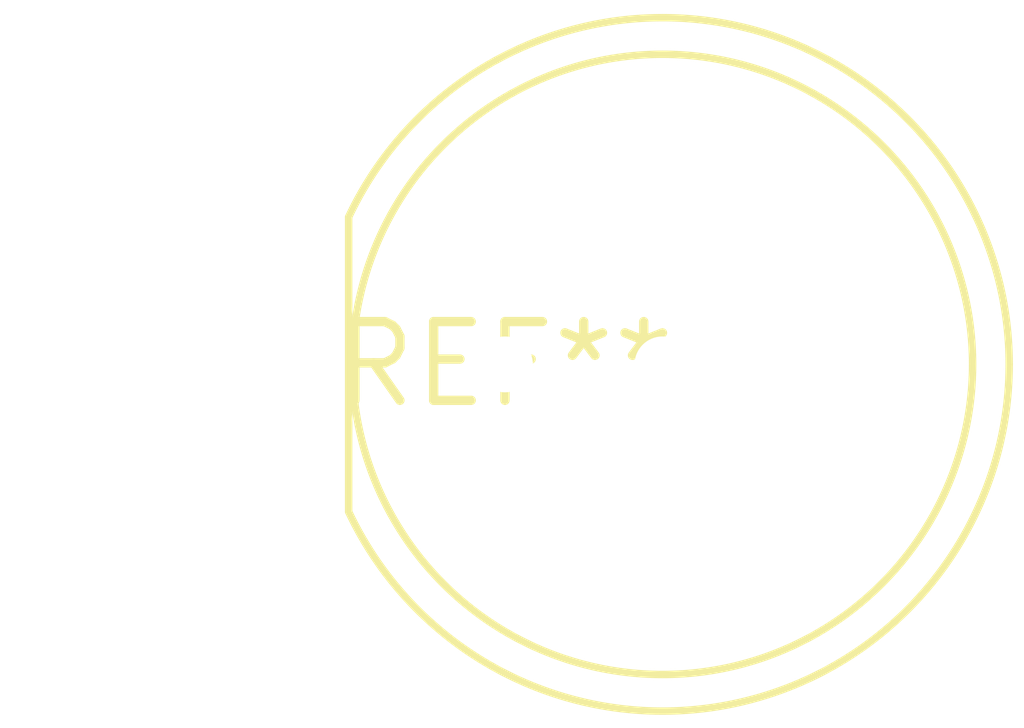
<source format=kicad_pcb>
(kicad_pcb (version 20240108) (generator pcbnew)
  (layers (0 "F.Cu" signal) (31 "B.Cu" signal) (34 "B.Paste" user) (35 "F.Paste" user) (36 "B.SilkS" user "B.Silkscreen") (37 "F.SilkS" user "F.Silkscreen") (38 "B.Mask" user) (39 "F.Mask" user) (44 "Edge.Cuts" user))
  (net 0 "")
  (footprint "LED_D10.0mm-3" (layer "F.Cu") (at 0 0)
    (property "Reference" "REF**")
    (property "Value" "LED_D10.0mm-3")
    (fp_line (start -2.52 -2.376) (end -2.52 2.376) (layer "F.SilkS") (stroke (width 0.12)))
    (fp_arc (start -2.52 -2.375816) (mid 3.754794 -5.456407) (end 8.129998 -0.004741) (layer "F.SilkS") (stroke (width 0.12)))
    (fp_arc (start 8.129998 0.004741) (mid 3.754794 5.456407) (end -2.52 2.375816) (layer "F.SilkS") (stroke (width 0.12)))
    (fp_circle (center 2.54 0) (end 7.54 0) (layer "F.SilkS") (stroke (width 0.12)) (fill none))
    (pad "1" thru_hole rect (at 0 0) (size 1.8 1.8) (drill 0.9) (layers *.Cu *.Mask) (remove_unused_layers))
    (pad "2" thru_hole circle (at 2.54 0) (size 1.8 1.8) (drill 0.9) (layers *.Cu *.Mask) (remove_unused_layers))
    (pad "3" thru_hole circle (at 5.08 0) (size 1.8 1.8) (drill 0.9) (layers *.Cu *.Mask) (remove_unused_layers))
  )
)
</source>
